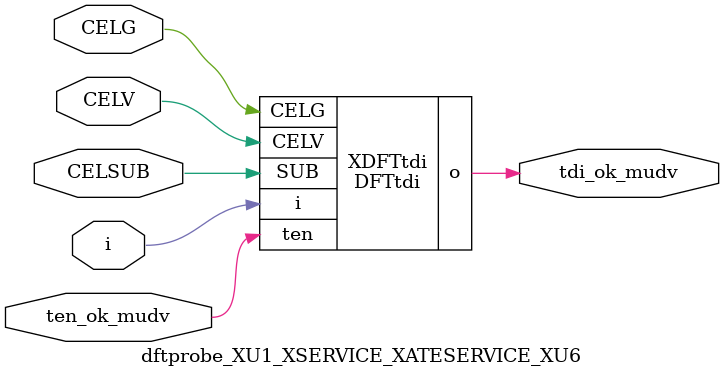
<source format=v>


module DFTtdi ( o, CELV, SUB, i, ten, CELG );

  input CELV;
  input ten;
  input i;
  output o;
  input CELG;
  input SUB;
endmodule


module dftprobe_XU1_XSERVICE_XATESERVICE_XU6 (i,tdi_ok_mudv,ten_ok_mudv,CELG,CELSUB,CELV);
input  i;
output  tdi_ok_mudv;
input  ten_ok_mudv;
input  CELG;
input  CELSUB;
input  CELV;

DFTtdi XDFTtdi(
  .i (i),
  .o (tdi_ok_mudv),
  .ten (ten_ok_mudv),
  .CELG (CELG),
  .SUB (CELSUB),
  .CELV (CELV)
);

endmodule


</source>
